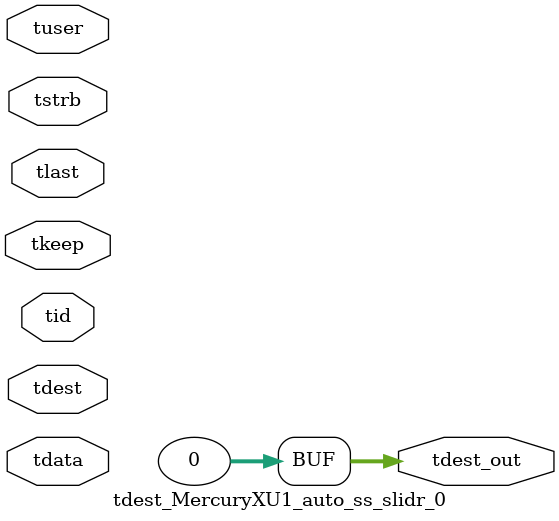
<source format=v>


`timescale 1ps/1ps

module tdest_MercuryXU1_auto_ss_slidr_0 #
(
parameter C_S_AXIS_TDATA_WIDTH = 32,
parameter C_S_AXIS_TUSER_WIDTH = 0,
parameter C_S_AXIS_TID_WIDTH   = 0,
parameter C_S_AXIS_TDEST_WIDTH = 0,
parameter C_M_AXIS_TDEST_WIDTH = 32
)
(
input  [(C_S_AXIS_TDATA_WIDTH == 0 ? 1 : C_S_AXIS_TDATA_WIDTH)-1:0     ] tdata,
input  [(C_S_AXIS_TUSER_WIDTH == 0 ? 1 : C_S_AXIS_TUSER_WIDTH)-1:0     ] tuser,
input  [(C_S_AXIS_TID_WIDTH   == 0 ? 1 : C_S_AXIS_TID_WIDTH)-1:0       ] tid,
input  [(C_S_AXIS_TDEST_WIDTH == 0 ? 1 : C_S_AXIS_TDEST_WIDTH)-1:0     ] tdest,
input  [(C_S_AXIS_TDATA_WIDTH/8)-1:0 ] tkeep,
input  [(C_S_AXIS_TDATA_WIDTH/8)-1:0 ] tstrb,
input                                                                    tlast,
output [C_M_AXIS_TDEST_WIDTH-1:0] tdest_out
);

assign tdest_out = {1'b0};

endmodule


</source>
